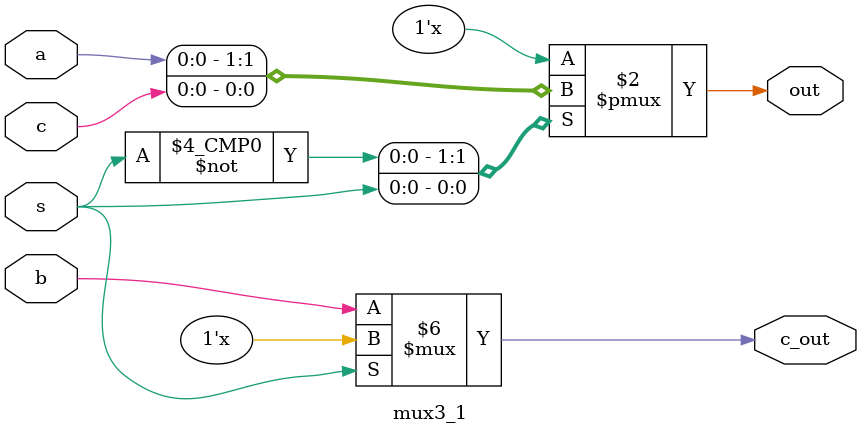
<source format=v>
module mux3_1(output reg out, c_out, input wire a, b, c, input wire s);
	always@(s or a or b or c)
		case(s)
			0:	begin
				c_out = b; out = a;
				end
			1:	begin
				out = c;
				c_out = 1'bx;
				end
			default:	begin
						c_out = 0; out = 0;
						end
		endcase
endmodule

</source>
